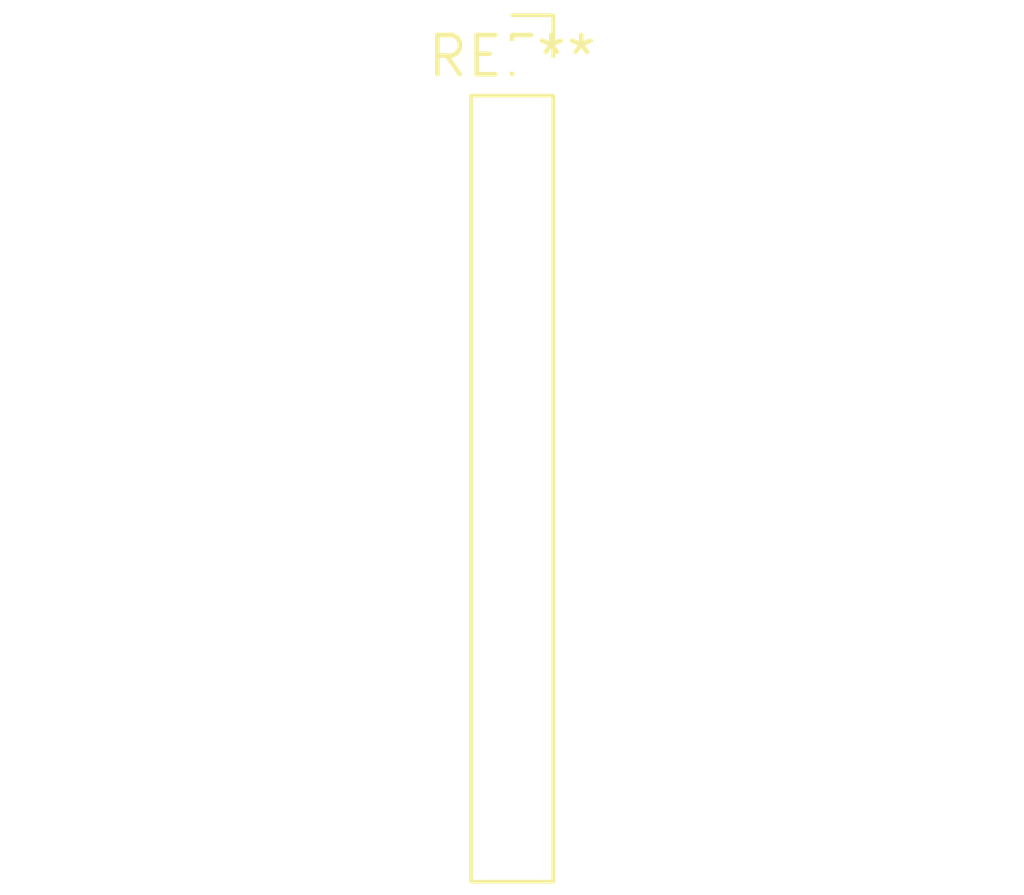
<source format=kicad_pcb>
(kicad_pcb (version 20240108) (generator pcbnew)
  (layers (0 "F.Cu" signal) (31 "B.Cu" signal) (34 "B.Paste" user) (35 "F.Paste" user) (36 "B.SilkS" user "B.Silkscreen") (37 "F.SilkS" user "F.Silkscreen") (38 "B.Mask" user) (39 "F.Mask" user) (44 "Edge.Cuts" user))
  (net 0 "")
  (footprint "PinSocket_1x11_P2.54mm_Vertical" (layer "F.Cu") (at 0 0)
    (property "Reference" "REF**")
    (property "Value" "PinSocket_1x11_P2.54mm_Vertical")
    (fp_line (start -1.33 1.27) (end -1.33 26.73) (layer "F.SilkS") (stroke (width 0.12)))
    (fp_line (start -1.33 1.27) (end 1.33 1.27) (layer "F.SilkS") (stroke (width 0.12)))
    (fp_line (start -1.33 26.73) (end 1.33 26.73) (layer "F.SilkS") (stroke (width 0.12)))
    (fp_line (start 0 -1.33) (end 1.33 -1.33) (layer "F.SilkS") (stroke (width 0.12)))
    (fp_line (start 1.33 -1.33) (end 1.33 0) (layer "F.SilkS") (stroke (width 0.12)))
    (fp_line (start 1.33 1.27) (end 1.33 26.73) (layer "F.SilkS") (stroke (width 0.12)))
    (pad "1" thru_hole rect (at 0 0) (size 1.7 1.7) (drill 1) (layers *.Cu *.Mask) (remove_unused_layers))
    (pad "2" thru_hole oval (at 0 2.54) (size 1.7 1.7) (drill 1) (layers *.Cu *.Mask) (remove_unused_layers))
    (pad "3" thru_hole oval (at 0 5.08) (size 1.7 1.7) (drill 1) (layers *.Cu *.Mask) (remove_unused_layers))
    (pad "4" thru_hole oval (at 0 7.62) (size 1.7 1.7) (drill 1) (layers *.Cu *.Mask) (remove_unused_layers))
    (pad "5" thru_hole oval (at 0 10.16) (size 1.7 1.7) (drill 1) (layers *.Cu *.Mask) (remove_unused_layers))
    (pad "6" thru_hole oval (at 0 12.7) (size 1.7 1.7) (drill 1) (layers *.Cu *.Mask) (remove_unused_layers))
    (pad "7" thru_hole oval (at 0 15.24) (size 1.7 1.7) (drill 1) (layers *.Cu *.Mask) (remove_unused_layers))
    (pad "8" thru_hole oval (at 0 17.78) (size 1.7 1.7) (drill 1) (layers *.Cu *.Mask) (remove_unused_layers))
    (pad "9" thru_hole oval (at 0 20.32) (size 1.7 1.7) (drill 1) (layers *.Cu *.Mask) (remove_unused_layers))
    (pad "10" thru_hole oval (at 0 22.86) (size 1.7 1.7) (drill 1) (layers *.Cu *.Mask) (remove_unused_layers))
    (pad "11" thru_hole oval (at 0 25.4) (size 1.7 1.7) (drill 1) (layers *.Cu *.Mask) (remove_unused_layers))
  )
)
</source>
